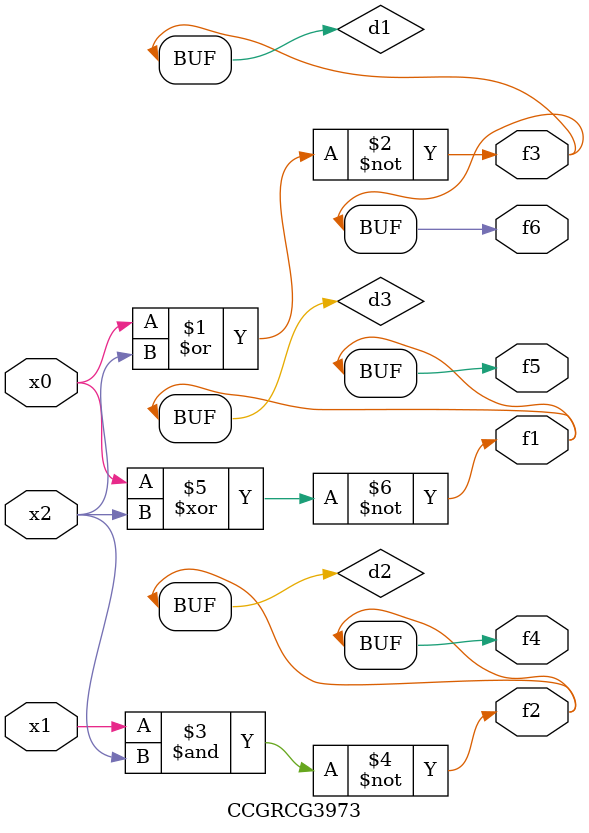
<source format=v>
module CCGRCG3973(
	input x0, x1, x2,
	output f1, f2, f3, f4, f5, f6
);

	wire d1, d2, d3;

	nor (d1, x0, x2);
	nand (d2, x1, x2);
	xnor (d3, x0, x2);
	assign f1 = d3;
	assign f2 = d2;
	assign f3 = d1;
	assign f4 = d2;
	assign f5 = d3;
	assign f6 = d1;
endmodule

</source>
